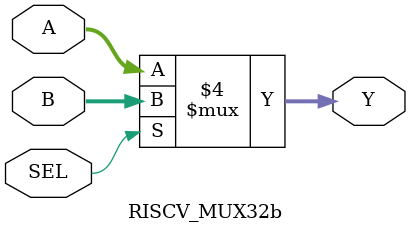
<source format=v>
`timescale 1ns / 1ps


module RISCV_MUX32b(
    input [31:0] A,
    input [31:0] B,
    input SEL,
    output reg [31:0] Y
    );
    
    always@(*) begin
        if (SEL == 0)
            Y <= A;
         else
            Y <= B;
     end 
endmodule

</source>
